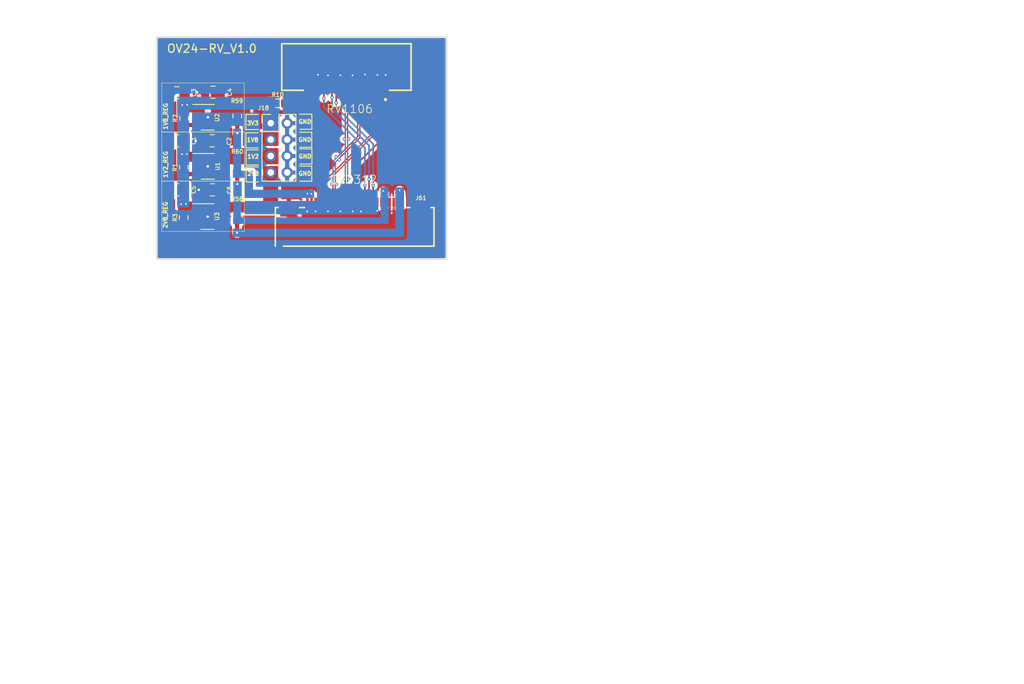
<source format=kicad_pcb>
(kicad_pcb (version 20241229) (generator "pcbnew") (generator_version "9.0")
  (layers (0 "F.Cu" jumper) (2 "B.Cu" signal) (13 "F.Paste" user) (15 "B.Paste" user) (5 "F.SilkS" user "F.Silkscreen") (7 "B.SilkS" user "B.Silkscreen") (1 "F.Mask" user) (3 "B.Mask" user) (25 "Edge.Cuts" user))
  (net 0 "")
  (net 1 "/MIPI_LVDS_CLK_P")
  (net 2 "/MIPI_LVDS_MCLK0")
  (net 3 "/MIPI_LVDS_D0_N")
  (net 4 "/MIPI_LVDS_D0_P")
  (net 5 "/MIPI_LVDS_RST")
  (net 6 "/MIPI_I2C_SCL")
  (net 7 "/MIPI_LVDS_D1_P")
  (net 8 "/MIPI_LVDS_CLK_N")
  (net 9 "/MIPI_LVDS_D1_N")
  (net 10 "Net-(J61-Pin_2)")
  (net 11 "/MIPI_I2C_SDA")
  (net 12 "/+3V3")
  (net 13 "GND")
  (net 17 "Net-(U1-EN)")
  (net 18 "Net-(U2-EN)")
  (net 19 "Net-(U3-EN)")
  (net 20 "VCC_3V3")
  (net 21 "AVDD2V8")
  (net 22 "DOVDD1V8")
  (net 23 "DVDD1V2")
  (net 24 "Net-(J61-Pin_23)")
  (net 25 "Net-(J61-Pin_19)")
  (footprint "Package_TO_SOT_SMD:SOT-23-5" (layer "F.Cu") (at 59.92375 75.55125)
    (property "Reference" "U1" (at 1.21 0 90) (layer "F.SilkS") (effects (font (size 0.5 0.5) (thickness 0.1))))
    (property "Value" "RT9080-12GJ5" (hide yes))
    (fp_line (start 0 -1.56) (end -1.8 -1.56) (stroke (width 0.12)) (layer "F.SilkS"))
    (fp_line (start 0 -1.56) (end 0.8 -1.56) (stroke (width 0.12)) (layer "F.SilkS"))
    (fp_line (start 0 1.56) (end -0.8 1.56) (stroke (width 0.12)) (layer "F.SilkS"))
    (fp_line (start 0 1.56) (end 0.8 1.56) (stroke (width 0.12)) (layer "F.SilkS"))
    (pad "1" smd roundrect (at -1.1375 -0.95) (size 1.325 0.6) (layers "F.Cu" "F.Mask" "F.Paste") (net 20 "VCC_3V3"))
    (pad "2" smd roundrect (at -1.1375 0) (size 1.325 0.6) (layers "F.Cu" "F.Mask" "F.Paste") (net 13 "GND"))
    (pad "3" smd roundrect (at -1.1375 0.95) (size 1.325 0.6) (layers "F.Cu" "F.Mask" "F.Paste") (net 17 "Net-(U1-EN)"))
    (pad "4" smd roundrect (at 1.1375 0.95) (size 1.325 0.6) (layers "F.Cu" "F.Mask" "F.Paste"))
    (pad "5" smd roundrect (at 1.1375 -0.95) (size 1.325 0.6) (layers "F.Cu" "F.Mask" "F.Paste") (net 23 "DVDD1V2"))
  )
  (footprint "Capacitor_SMD:C_0805_2012Metric" (layer "F.Cu") (at 56.15375 78.40125 180)
    (property "Reference" "C5" (at -2.04 -0.01 90) (layer "F.SilkS") (effects (font (size 0.5 0.5) (thickness 0.1))))
    (property "Value" "10uF" (hide yes))
    (fp_line (start -0.261252 0.735) (end 0.261252 0.735) (stroke (width 0.12)) (layer "F.SilkS"))
    (fp_line (start -0.261252 -0.735) (end 0.261252 -0.735) (stroke (width 0.12)) (layer "F.SilkS"))
    (pad "1" smd roundrect (at -0.95 0 180) (size 1 1.45) (layers "F.Cu" "F.Mask" "F.Paste") (net 20 "VCC_3V3"))
    (pad "2" smd roundrect (at 0.95 0 180) (size 1 1.45) (layers "F.Cu" "F.Mask" "F.Paste") (net 13 "GND"))
  )
  (footprint "Footprint Library:F32R1A7H111024" (layer "F.Cu") (at 77.29375 82.91625)
    (property "Reference" "J61" (at 8.56 -3.515 0) (layer "F.SilkS") (effects (font (size 0.5 0.5) (thickness 0.1) (bold yes))))
    (property "Value" "FFC SOCKET DR_BOTTOM 0.5MM -24P" (hide yes))
    (fp_line (start -9.15 -2.35) (end -9.15 2.35) (stroke (width 0.2)) (layer "F.SilkS"))
    (fp_line (start -8.8 -2.35) (end -9.15 -2.35) (stroke (width 0.2)) (layer "F.SilkS"))
    (fp_line (start -8.15 2.35) (end 10.15 2.35) (stroke (width 0.2)) (layer "F.SilkS"))
    (fp_line (start -6.2 -2.35) (end -5.6 -2.35) (stroke (width 0.2)) (layer "F.SilkS"))
    (fp_line (start -5.25 -4.099) (end -5.25 -4.099) (stroke (width 0.1)) (layer "F.SilkS"))
    (fp_line (start -5.25 -4) (end -5.25 -4) (stroke (width 0.1)) (layer "F.SilkS"))
    (fp_line (start 7.2 -2.35) (end 6.6 -2.35) (stroke (width 0.2)) (layer "F.SilkS"))
    (fp_line (start 10.15 -2.35) (end 9.8 -2.35) (stroke (width 0.2)) (layer "F.SilkS"))
    (fp_line (start 10.15 2.35) (end 10.15 -2.35) (stroke (width 0.2)) (layer "F.SilkS"))
    (fp_arc (start -5.25 -4.099) (mid -5.2005 -4.0495) (end -5.25 -4) (stroke (width 0.1)) (layer "F.SilkS"))
    (fp_arc (start -5.25 -4) (mid -5.2995 -4.0495) (end -5.25 -4.099) (stroke (width 0.1)) (layer "F.SilkS"))
    (pad "1" smd rect (at -5.25 -3) (size 0.3 1.1) (layers "F.Cu" "F.Mask" "F.Paste") (net 13 "GND"))
    (pad "2" smd rect (at -4.75 -3) (size 0.3 1.1) (layers "F.Cu" "F.Mask" "F.Paste") (net 10 "Net-(J61-Pin_2)"))
    (pad "3" smd rect (at -4.25 -3) (size 0.3 1.1) (layers "F.Cu" "F.Mask" "F.Paste") (net 13 "GND"))
    (pad "4" smd rect (at -3.75 -3) (size 0.3 1.1) (layers "F.Cu" "F.Mask" "F.Paste") (net 3 "/MIPI_LVDS_D0_N"))
    (pad "5" smd rect (at -3.25 -3) (size 0.3 1.1) (layers "F.Cu" "F.Mask" "F.Paste") (net 4 "/MIPI_LVDS_D0_P"))
    (pad "6" smd rect (at -2.75 -3) (size 0.3 1.1) (layers "F.Cu" "F.Mask" "F.Paste") (net 13 "GND"))
    (pad "7" smd rect (at -2.25 -3) (size 0.3 1.1) (layers "F.Cu" "F.Mask" "F.Paste") (net 8 "/MIPI_LVDS_CLK_N"))
    (pad "8" smd rect (at -1.75 -3) (size 0.3 1.1) (layers "F.Cu" "F.Mask" "F.Paste") (net 1 "/MIPI_LVDS_CLK_P"))
    (pad "9" smd rect (at -1.25 -3) (size 0.3 1.1) (layers "F.Cu" "F.Mask" "F.Paste") (net 13 "GND"))
    (pad "10" smd rect (at -0.75 -3) (size 0.3 1.1) (layers "F.Cu" "F.Mask" "F.Paste") (net 9 "/MIPI_LVDS_D1_N"))
    (pad "11" smd rect (at -0.25 -3) (size 0.3 1.1) (layers "F.Cu" "F.Mask" "F.Paste") (net 7 "/MIPI_LVDS_D1_P"))
    (pad "12" smd rect (at 0.25 -3) (size 0.3 1.1) (layers "F.Cu" "F.Mask" "F.Paste") (net 13 "GND"))
    (pad "13" smd rect (at 0.75 -3) (size 0.3 1.1) (layers "F.Cu" "F.Mask" "F.Paste") (net 2 "/MIPI_LVDS_MCLK0"))
    (pad "14" smd rect (at 1.25 -3) (size 0.3 1.1) (layers "F.Cu" "F.Mask" "F.Paste") (net 13 "GND"))
    (pad "15" smd rect (at 1.75 -3) (size 0.3 1.1) (layers "F.Cu" "F.Mask" "F.Paste") (net 5 "/MIPI_LVDS_RST"))
    (pad "16" smd rect (at 2.25 -3) (size 0.3 1.1) (layers "F.Cu" "F.Mask" "F.Paste") (net 11 "/MIPI_I2C_SDA"))
    (pad "17" smd rect (at 2.75 -3) (size 0.3 1.1) (layers "F.Cu" "F.Mask" "F.Paste") (net 6 "/MIPI_I2C_SCL"))
    (pad "18" smd rect (at 3.25 -3) (size 0.3 1.1) (layers "F.Cu" "F.Mask" "F.Paste") (net 13 "GND"))
    (pad "19" smd rect (at 3.75 -3) (size 0.3 1.1) (layers "F.Cu" "F.Mask" "F.Paste") (net 25 "Net-(J61-Pin_19)"))
    (pad "20" smd rect (at 4.25 -3) (size 0.3 1.1) (layers "F.Cu" "F.Mask" "F.Paste") (net 25 "Net-(J61-Pin_19)"))
    (pad "21" smd rect (at 4.75 -3) (size 0.3 1.1) (layers "F.Cu" "F.Mask" "F.Paste") (net 13 "GND"))
    (pad "22" smd rect (at 5.25 -3) (size 0.3 1.1) (layers "F.Cu" "F.Mask" "F.Paste") (net 13 "GND"))
    (pad "23" smd rect (at 5.75 -3) (size 0.3 1.1) (layers "F.Cu" "F.Mask" "F.Paste") (net 24 "Net-(J61-Pin_23)"))
    (pad "24" smd rect (at 6.25 -3) (size 0.3 1.1) (layers "F.Cu" "F.Mask" "F.Paste") (net 24 "Net-(J61-Pin_23)"))
    (pad "25" smd rect (at -7.5 -2.05 90) (size 1.6 2.1) (layers "F.Cu" "F.Mask" "F.Paste") (net 13 "GND"))
    (pad "25" smd rect (at -7.1 -1.075 90) (size 0.35 1.3) (layers "F.Cu" "F.Mask" "F.Paste") (net 13 "GND"))
    (pad "26" smd rect (at 8.1 -1.075 90) (size 0.35 1.3) (layers "F.Cu" "F.Mask" "F.Paste") (net 13 "GND"))
    (pad "26" smd rect (at 8.5 -2.05 90) (size 1.6 2.1) (layers "F.Cu" "F.Mask" "F.Paste") (net 13 "GND"))
  )
  (footprint "Package_TO_SOT_SMD:SOT-23-5" (layer "F.Cu") (at 59.87375 81.66125)
    (property "Reference" "U3" (at 1.17 -0.02 90) (layer "F.SilkS") (effects (font (size 0.5 0.5) (thickness 0.1))))
    (property "Value" "RT9080-28GJ5" (hide yes))
    (fp_line (start 0 -1.56) (end -1.8 -1.56) (stroke (width 0.12)) (layer "F.SilkS"))
    (fp_line (start 0 -1.56) (end 0.8 -1.56) (stroke (width 0.12)) (layer "F.SilkS"))
    (fp_line (start 0 1.56) (end -0.8 1.56) (stroke (width 0.12)) (layer "F.SilkS"))
    (fp_line (start 0 1.56) (end 0.8 1.56) (stroke (width 0.12)) (layer "F.SilkS"))
    (pad "1" smd roundrect (at -1.1375 -0.95) (size 1.325 0.6) (layers "F.Cu" "F.Mask" "F.Paste") (net 20 "VCC_3V3"))
    (pad "2" smd roundrect (at -1.1375 0) (size 1.325 0.6) (layers "F.Cu" "F.Mask" "F.Paste") (net 13 "GND"))
    (pad "3" smd roundrect (at -1.1375 0.95) (size 1.325 0.6) (layers "F.Cu" "F.Mask" "F.Paste") (net 19 "Net-(U3-EN)"))
    (pad "4" smd roundrect (at 1.1375 0.95) (size 1.325 0.6) (layers "F.Cu" "F.Mask" "F.Paste"))
    (pad "5" smd roundrect (at 1.1375 -0.95) (size 1.325 0.6) (layers "F.Cu" "F.Mask" "F.Paste") (net 21 "AVDD2V8"))
  )
  (footprint "Capacitor_SMD:C_0805_2012Metric" (layer "F.Cu") (at 56.1425 72.44625 180)
    (property "Reference" "C1" (at -2.06125 0.015 90) (layer "F.SilkS") (effects (font (size 0.5 0.5) (thickness 0.1))))
    (property "Value" "10uF" (hide yes))
    (fp_line (start -0.261252 0.735) (end 0.261252 0.735) (stroke (width 0.12)) (layer "F.SilkS"))
    (fp_line (start -0.261252 -0.735) (end 0.261252 -0.735) (stroke (width 0.12)) (layer "F.SilkS"))
    (pad "1" smd roundrect (at -0.95 0 180) (size 1 1.45) (layers "F.Cu" "F.Mask" "F.Paste") (net 20 "VCC_3V3"))
    (pad "2" smd roundrect (at 0.95 0 180) (size 1 1.45) (layers "F.Cu" "F.Mask" "F.Paste") (net 13 "GND"))
  )
  (footprint "Capacitor_SMD:C_0805_2012Metric" (layer "F.Cu") (at 60.55375 66.54125 180)
    (property "Reference" "C4" (at -2.04 0 90) (layer "F.SilkS") (effects (font (size 0.5 0.5) (thickness 0.1))))
    (property "Value" "10uF" (hide yes))
    (fp_line (start -0.261252 0.735) (end 0.261252 0.735) (stroke (width 0.12)) (layer "F.SilkS"))
    (fp_line (start -0.261252 -0.735) (end 0.261252 -0.735) (stroke (width 0.12)) (layer "F.SilkS"))
    (pad "1" smd roundrect (at -0.95 0 180) (size 1 1.45) (layers "F.Cu" "F.Mask" "F.Paste") (net 22 "DOVDD1V8"))
    (pad "2" smd roundrect (at 0.95 0 180) (size 1 1.45) (layers "F.Cu" "F.Mask" "F.Paste") (net 13 "GND"))
  )
  (footprint "Connector_PinHeader_2.00mm:PinHeader_2x04_P2.00mm_Vertical" (layer "F.Cu") (at 67.58375 70.30125)
    (property "Reference" "J18" (at -0.89 -1.85 0) (layer "F.SilkS") (effects (font (size 0.5 0.5) (thickness 0.1) (bold yes))))
    (property "Value" "DNP")
    (fp_line (start -1.06 -1.06) (end 0 -1.06) (stroke (width 0.12)) (layer "F.SilkS"))
    (fp_line (start -1.06 0) (end -1.06 -1.06) (stroke (width 0.12)) (layer "F.SilkS"))
    (fp_line (start -1.06 1) (end -1.06 7.06) (stroke (width 0.12)) (layer "F.SilkS"))
    (fp_line (start -1.06 1) (end 1 1) (stroke (width 0.12)) (layer "F.SilkS"))
    (fp_line (start -1.06 7.06) (end 3.06 7.06) (stroke (width 0.12)) (layer "F.SilkS"))
    (fp_line (start 1 -1.06) (end 3.06 -1.06) (stroke (width 0.12)) (layer "F.SilkS"))
    (fp_line (start 1 1) (end 1 -1.06) (stroke (width 0.12)) (layer "F.SilkS"))
    (fp_line (start 3.06 -1.06) (end 3.06 7.06) (stroke (width 0.12)) (layer "F.SilkS"))
    (pad "1" thru_hole rect (at 0 0) (size 1.35 1.35) (drill 0.8) (layers "*.Cu" "*.Mask") (net 20 "VCC_3V3"))
    (pad "2" thru_hole oval (at 2 0) (size 1.35 1.35) (drill 0.8) (layers "*.Cu" "*.Mask") (net 13 "GND"))
    (pad "3" thru_hole oval (at 0 2) (size 1.35 1.35) (drill 0.8) (layers "*.Cu" "*.Mask") (net 22 "DOVDD1V8"))
    (pad "4" thru_hole oval (at 2 2) (size 1.35 1.35) (drill 0.8) (layers "*.Cu" "*.Mask") (net 13 "GND"))
    (pad "5" thru_hole oval (at 0 4) (size 1.35 1.35) (drill 0.8) (layers "*.Cu" "*.Mask") (net 23 "DVDD1V2"))
    (pad "6" thru_hole oval (at 2 4) (size 1.35 1.35) (drill 0.8) (layers "*.Cu" "*.Mask") (net 13 "GND"))
    (pad "7" thru_hole oval (at 0 6) (size 1.35 1.35) (drill 0.8) (layers "*.Cu" "*.Mask") (net 21 "AVDD2V8"))
    (pad "8" thru_hole oval (at 2 6) (size 1.35 1.35) (drill 0.8) (layers "*.Cu" "*.Mask") (net 13 "GND"))
  )
  (footprint "Resistor_SMD:R_0603_1608Metric" (layer "F.Cu") (at 63.51375 69.41625 -90)
    (property "Reference" "R59" (at -1.815 0.03 0) (layer "F.SilkS") (effects (font (size 0.5 0.5) (thickness 0.1))))
    (property "Value" "0R")
    (fp_line (start -0.237258 0.5225) (end 0.237258 0.5225) (stroke (width 0.12)) (layer "F.SilkS"))
    (fp_line (start -0.237258 -0.5225) (end 0.237258 -0.5225) (stroke (width 0.12)) (layer "F.SilkS"))
    (pad "1" smd roundrect (at -0.825 0 270) (size 0.8 0.95) (layers "F.Cu" "F.Mask" "F.Paste") (net 22 "DOVDD1V8"))
    (pad "2" smd roundrect (at 0.825 0 270) (size 0.8 0.95) (layers "F.Cu" "F.Mask" "F.Paste") (net 10 "Net-(J61-Pin_2)"))
  )
  (footprint "Package_TO_SOT_SMD:SOT-23-5" (layer "F.Cu") (at 59.91 69.58625)
    (property "Reference" "U2" (at 1.16375 0.035 90) (layer "F.SilkS") (effects (font (size 0.5 0.5) (thickness 0.1))))
    (property "Value" "RT9080-18GJ5" (hide yes))
    (fp_line (start 0 -1.56) (end -1.8 -1.56) (stroke (width 0.12)) (layer "F.SilkS"))
    (fp_line (start 0 -1.56) (end 0.8 -1.56) (stroke (width 0.12)) (layer "F.SilkS"))
    (fp_line (start 0 1.56) (end -0.8 1.56) (stroke (width 0.12)) (layer "F.SilkS"))
    (fp_line (start 0 1.56) (end 0.8 1.56) (stroke (width 0.12)) (layer "F.SilkS"))
    (pad "1" smd roundrect (at -1.1375 -0.95) (size 1.325 0.6) (layers "F.Cu" "F.Mask" "F.Paste") (net 20 "VCC_3V3"))
    (pad "2" smd roundrect (at -1.1375 0) (size 1.325 0.6) (layers "F.Cu" "F.Mask" "F.Paste") (net 13 "GND"))
    (pad "3" smd roundrect (at -1.1375 0.95) (size 1.325 0.6) (layers "F.Cu" "F.Mask" "F.Paste") (net 18 "Net-(U2-EN)"))
    (pad "4" smd roundrect (at 1.1375 0.95) (size 1.325 0.6) (layers "F.Cu" "F.Mask" "F.Paste"))
    (pad "5" smd roundrect (at 1.1375 -0.95) (size 1.325 0.6) (layers "F.Cu" "F.Mask" "F.Paste") (net 22 "DOVDD1V8"))
  )
  (footprint "Capacitor_SMD:C_0805_2012Metric" (layer "F.Cu") (at 60.4625 72.44625 180)
    (property "Reference" "C2" (at -2.07125 -0.055 90) (layer "F.SilkS") (effects (font (size 0.5 0.5) (thickness 0.1))))
    (property "Value" "10uF" (hide yes))
    (fp_line (start -0.261252 0.735) (end 0.261252 0.735) (stroke (width 0.12)) (layer "F.SilkS"))
    (fp_line (start -0.261252 -0.735) (end 0.261252 -0.735) (stroke (width 0.12)) (layer "F.SilkS"))
    (pad "1" smd roundrect (at -0.95 0 180) (size 1 1.45) (layers "F.Cu" "F.Mask" "F.Paste") (net 23 "DVDD1V2"))
    (pad "2" smd roundrect (at 0.95 0 180) (size 1 1.45) (layers "F.Cu" "F.Mask" "F.Paste") (net 13 "GND"))
  )
  (footprint "Resistor_SMD:R_0603_1608Metric" (layer "F.Cu") (at 68.42875 67.89125)
    (property "Reference" "R10" (at 0 -1.05 0) (layer "F.SilkS") (effects (font (size 0.5 0.5) (thickness 0.1))))
    (property "Value" "0R")
    (fp_line (start -0.237258 -0.5225) (end 0.237258 -0.5225) (stroke (width 0.12)) (layer "F.SilkS"))
    (fp_line (start -0.237258 0.5225) (end 0.237258 0.5225) (stroke (width 0.12)) (layer "F.SilkS"))
    (pad "1" smd roundrect (at -0.825 0) (size 0.8 0.95) (layers "F.Cu" "F.Mask" "F.Paste") (net 20 "VCC_3V3"))
    (pad "2" smd roundrect (at 0.825 0) (size 0.8 0.95) (layers "F.Cu" "F.Mask" "F.Paste") (net 12 "/+3V3"))
  )
  (footprint "Footprint Library:SAMTEC_ZF5S-20-02-T-WT" (layer "F.Cu") (at 76.79375 63.89125 180)
    (property "Reference" "J39" (hide yes))
    (property "Value" "FFC SOCKET DR_TOP 0.5MM -20P" (hide yes))
    (fp_line (start 7.867 3.25) (end 7.867 -2.41) (stroke (width 0.2)) (layer "F.SilkS"))
    (fp_line (start 5.247 -2.41) (end 7.867 -2.41) (stroke (width 0.2)) (layer "F.SilkS"))
    (fp_line (start -7.867 3.25) (end 7.867 3.25) (stroke (width 0.2)) (layer "F.SilkS"))
    (fp_line (start -7.867 3.25) (end -7.867 -2.41) (stroke (width 0.2)) (layer "F.SilkS"))
    (fp_line (start -7.867 -2.41) (end -5.247 -2.41) (stroke (width 0.2)) (layer "F.SilkS"))
    (fp_circle (center -4.75 -3.54) (end -4.75 -3.64) (stroke (width 0.2)) (fill no) (layer "F.SilkS"))
    (pad "01" smd rect (at -4.75 -1.98 180) (size 0.3 1.6) (layers "F.Cu" "F.Mask" "F.Paste") (net 13 "GND"))
    (pad "02" smd rect (at -4.25 -1.98 180) (size 0.3 1.6) (layers "F.Cu" "F.Mask" "F.Paste") (net 2 "/MIPI_LVDS_MCLK0"))
    (pad "03" smd rect (at -3.75 -1.98 180) (size 0.3 1.6) (layers "F.Cu" "F.Mask" "F.Paste") (net 13 "GND"))
    (pad "04" smd rect (at -3.25 -1.98 180) (size 0.3 1.6) (layers "F.Cu" "F.Mask" "F.Paste") (net 4 "/MIPI_LVDS_D0_P"))
    (pad "05" smd rect (at -2.75 -1.98 180) (size 0.3 1.6) (layers "F.Cu" "F.Mask" "F.Paste") (net 3 "/MIPI_LVDS_D0_N"))
    (pad "06" smd rect (at -2.25 -1.98 180) (size 0.3 1.6) (layers "F.Cu" "F.Mask" "F.Paste") (net 13 "GND"))
    (pad "07" smd rect (at -1.75 -1.98 180) (size 0.3 1.6) (layers "F.Cu" "F.Mask" "F.Paste") (net 1 "/MIPI_LVDS_CLK_P"))
    (pad "08" smd rect (at -1.25 -1.98 180) (size 0.3 1.6) (layers "F.Cu" "F.Mask" "F.Paste") (net 8 "/MIPI_LVDS_CLK_N"))
    (pad "09" smd rect (at -0.75 -1.98 180) (size 0.3 1.6) (layers "F.Cu" "F.Mask" "F.Paste") (net 13 "GND"))
    (pad "10" smd rect (at -0.25 -1.98 180) (size 0.3 1.6) (layers "F.Cu" "F.Mask" "F.Paste") (net 7 "/MIPI_LVDS_D1_P"))
    (pad "11" smd rect (at 0.25 -1.98 180) (size 0.3 1.6) (layers "F.Cu" "F.Mask" "F.Paste") (net 9 "/MIPI_LVDS_D1_N"))
    (pad "12" smd rect (at 0.75 -1.98 180) (size 0.3 1.6) (layers "F.Cu" "F.Mask" "F.Paste") (net 13 "GND"))
    (pad "13" smd rect (at 1.25 -1.98 180) (size 0.3 1.6) (layers "F.Cu" "F.Mask" "F.Paste") (net 6 "/MIPI_I2C_SCL"))
    (pad "14" smd rect (at 1.75 -1.98 180) (size 0.3 1.6) (layers "F.Cu" "F.Mask" "F.Paste") (net 11 "/MIPI_I2C_SDA"))
    (pad "15" smd rect (at 2.25 -1.98 180) (size 0.3 1.6) (layers "F.Cu" "F.Mask" "F.Paste") (net 13 "GND"))
    (pad "16" smd rect (at 2.75 -1.98 180) (size 0.3 1.6) (layers "F.Cu" "F.Mask" "F.Paste") (net 5 "/MIPI_LVDS_RST"))
    (pad "17" smd rect (at 3.25 -1.98 180) (size 0.3 1.6) (layers "F.Cu" "F.Mask" "F.Paste") (net 13 "GND"))
    (pad "18" smd rect (at 3.75 -1.98 180) (size 0.3 1.6) (layers "F.Cu" "F.Mask" "F.Paste") (net 13 "GND"))
    (pad "19" smd rect (at 4.25 -1.98 180) (size 0.3 1.6) (layers "F.Cu" "F.Mask" "F.Paste") (net 12 "/+3V3"))
    (pad "20" smd rect (at 4.75 -1.98 180) (size 0.3 1.6) (layers "F.Cu" "F.Mask" "F.Paste") (net 12 "/+3V3"))
    (pad "S1" smd rect (at -6.397 0 180) (size 2.24 3.12) (layers "F.Cu" "F.Mask" "F.Paste") (net 13 "GND"))
    (pad "S2" smd rect (at 6.397 0 180) (size 2.24 3.12) (layers "F.Cu" "F.Mask" "F.Paste") (net 13 "GND"))
  )
  (footprint "Resistor_SMD:R_0603_1608Metric" (layer "F.Cu") (at 63.51375 75.66625 -90)
    (property "Reference" "R60" (at -1.9 0 0) (layer "F.SilkS") (effects (font (size 0.5 0.5) (thickness 0.1))))
    (property "Value" "0R")
    (fp_line (start -0.237258 0.5225) (end 0.237258 0.5225) (stroke (width 0.12)) (layer "F.SilkS"))
    (fp_line (start -0.237258 -0.5225) (end 0.237258 -0.5225) (stroke (width 0.12)) (layer "F.SilkS"))
    (pad "1" smd roundrect (at -0.825 0 270) (size 0.8 0.95) (layers "F.Cu" "F.Mask" "F.Paste") (net 23 "DVDD1V2"))
    (pad "2" smd roundrect (at 0.825 0 270) (size 0.8 0.95) (layers "F.Cu" "F.Mask" "F.Paste") (net 25 "Net-(J61-Pin_19)"))
  )
  (footprint "Resistor_SMD:R_0603_1608Metric" (layer "F.Cu") (at 57.01375 75.67125 -90)
    (property "Reference" "R1" (at 0.01 1.07 90) (layer "F.SilkS") (effects (font (size 0.5 0.5) (thickness 0.1))))
    (property "Value" "5K" (hide yes))
    (fp_line (start -0.237258 0.5225) (end 0.237258 0.5225) (stroke (width 0.12)) (layer "F.SilkS"))
    (fp_line (start -0.237258 -0.5225) (end 0.237258 -0.5225) (stroke (width 0.12)) (layer "F.SilkS"))
    (pad "1" smd roundrect (at -0.825 0 270) (size 0.8 0.95) (layers "F.Cu" "F.Mask" "F.Paste") (net 20 "VCC_3V3"))
    (pad "2" smd roundrect (at 0.825 0 270) (size 0.8 0.95) (layers "F.Cu" "F.Mask" "F.Paste") (net 17 "Net-(U1-EN)"))
  )
  (footprint "Resistor_SMD:R_0603_1608Metric" (layer "F.Cu") (at 57.0575 69.70625 -90)
    (property "Reference" "R2" (at -0.005 1.07375 90) (layer "F.SilkS") (effects (font (size 0.5 0.5) (thickness 0.1))))
    (property "Value" "5K" (hide yes))
    (fp_line (start -0.237258 0.5225) (end 0.237258 0.5225) (stroke (width 0.12)) (layer "F.SilkS"))
    (fp_line (start -0.237258 -0.5225) (end 0.237258 -0.5225) (stroke (width 0.12)) (layer "F.SilkS"))
    (pad "1" smd roundrect (at -0.825 0 270) (size 0.8 0.95) (layers "F.Cu" "F.Mask" "F.Paste") (net 20 "VCC_3V3"))
    (pad "2" smd roundrect (at 0.825 0 270) (size 0.8 0.95) (layers "F.Cu" "F.Mask" "F.Paste") (net 18 "Net-(U2-EN)"))
  )
  (footprint "Resistor_SMD:R_0603_1608Metric" (layer "F.Cu") (at 63.48375 81.38375 -90)
    (property "Reference" "R58" (at -1.8425 -0.01 0) (layer "F.SilkS") (effects (font (size 0.5 0.5) (thickness 0.1))))
    (property "Value" "0R")
    (fp_line (start -0.237258 0.5225) (end 0.237258 0.5225) (stroke (width 0.12)) (layer "F.SilkS"))
    (fp_line (start -0.237258 -0.5225) (end 0.237258 -0.5225) (stroke (width 0.12)) (layer "F.SilkS"))
    (pad "1" smd roundrect (at -0.825 0 270) (size 0.8 0.95) (layers "F.Cu" "F.Mask" "F.Paste") (net 21 "AVDD2V8"))
    (pad "2" smd roundrect (at 0.825 0 270) (size 0.8 0.95) (layers "F.Cu" "F.Mask" "F.Paste") (net 24 "Net-(J61-Pin_23)"))
  )
  (footprint "Resistor_SMD:R_0603_1608Metric" (layer "F.Cu") (at 57.00375 81.79125 -90)
    (property "Reference" "R3" (at 0 1.05 90) (layer "F.SilkS") (effects (font (size 0.5 0.5) (thickness 0.1))))
    (property "Value" "5K" (hide yes))
    (fp_line (start -0.237258 0.5225) (end 0.237258 0.5225) (stroke (width 0.12)) (layer "F.SilkS"))
    (fp_line (start -0.237258 -0.5225) (end 0.237258 -0.5225) (stroke (width 0.12)) (layer "F.SilkS"))
    (pad "1" smd roundrect (at -0.825 0 270) (size 0.8 0.95) (layers "F.Cu" "F.Mask" "F.Paste") (net 20 "VCC_3V3"))
    (pad "2" smd roundrect (at 0.825 0 270) (size 0.8 0.95) (layers "F.Cu" "F.Mask" "F.Paste") (net 19 "Net-(U3-EN)"))
  )
  (footprint "Capacitor_SMD:C_0805_2012Metric" (layer "F.Cu") (at 60.49375 78.41125 180)
    (property "Reference" "C6" (at -2.06 -0.03 90) (layer "F.SilkS") (effects (font (size 0.5 0.5) (thickness 0.1))))
    (property "Value" "10uF" (hide yes))
    (fp_line (start -0.261252 0.735) (end 0.261252 0.735) (stroke (width 0.12)) (layer "F.SilkS"))
    (fp_line (start -0.261252 -0.735) (end 0.261252 -0.735) (stroke (width 0.12)) (layer "F.SilkS"))
    (pad "1" smd roundrect (at -0.95 0 180) (size 1 1.45) (layers "F.Cu" "F.Mask" "F.Paste") (net 21 "AVDD2V8"))
    (pad "2" smd roundrect (at 0.95 0 180) (size 1 1.45) (layers "F.Cu" "F.Mask" "F.Paste") (net 13 "GND"))
  )
  (footprint "Capacitor_SMD:C_0805_2012Metric" (layer "F.Cu") (at 56.15375 66.60125 180)
    (property "Reference" "C3" (at -2.09 0.02 90) (layer "F.SilkS") (effects (font (size 0.5 0.5) (thickness 0.1))))
    (property "Value" "10uF" (hide yes))
    (fp_line (start -0.261252 0.735) (end 0.261252 0.735) (stroke (width 0.12)) (layer "F.SilkS"))
    (fp_line (start -0.261252 -0.735) (end 0.261252 -0.735) (stroke (width 0.12)) (layer "F.SilkS"))
    (pad "1" smd roundrect (at -0.95 0 180) (size 1 1.45) (layers "F.Cu" "F.Mask" "F.Paste") (net 20 "VCC_3V3"))
    (pad "2" smd roundrect (at 0.95 0 180) (size 1 1.45) (layers "F.Cu" "F.Mask" "F.Paste") (net 13 "GND"))
  )
  (gr_line (start 72.58375 71.05125) (end 72.58375 69.21125) (stroke (width 0.12)) (layer "F.SilkS"))
  (gr_line (start 71.09375 77.36125) (end 72.57375 77.36125) (stroke (width 0.12)) (layer "F.SilkS"))
  (gr_line (start 66.04375 69.24125) (end 64.56375 69.24125) (stroke (width 0.12)) (layer "F.SilkS"))
  (gr_line (start 71.11375 75.27125) (end 72.59375 75.27125) (stroke (width 0.12)) (layer "F.SilkS"))
  (gr_line (start 72.57375 73.24125) (end 72.57375 71.40125) (stroke (width 0.12)) (layer "F.SilkS"))
  (gr_line (start 72.57375 77.36125) (end 72.57375 75.52125) (stroke (width 0.12)) (layer "F.SilkS"))
  (gr_line (start 72.57375 75.52125) (end 71.07375 75.52125) (stroke (width 0.12)) (layer "F.SilkS"))
  (gr_line (start 66.06375 73.55125) (end 64.58375 73.55125) (stroke (width 0.12)) (layer "F.SilkS"))
  (gr_line (start 64.56375 73.31125) (end 66.06375 73.31125) (stroke (width 0.12)) (layer "F.SilkS"))
  (gr_line (start 71.09375 73.24125) (end 72.57375 73.24125) (stroke (width 0.12)) (layer "F.SilkS"))
  (gr_line (start 64.56375 69.24125) (end 64.56375 71.08125) (stroke (width 0.12)) (layer "F.SilkS"))
  (gr_rect (start 54.32375 71.38125) (end 64.37375 77.35125) (stroke (width 0.05)) (fill no) (layer "F.SilkS"))
  (gr_line (start 64.58375 75.39125) (end 66.08375 75.39125) (stroke (width 0.12)) (layer "F.SilkS"))
  (gr_line (start 72.57375 71.40125) (end 71.07375 71.40125) (stroke (width 0.12)) (layer "F.SilkS"))
  (gr_line (start 66.07375 75.61125) (end 64.59375 75.61125) (stroke (width 0.12)) (layer "F.SilkS"))
  (gr_line (start 64.58375 73.55125) (end 64.58375 75.39125) (stroke (width 0.12)) (layer "F.SilkS"))
  (gr_line (start 71.10375 71.05125) (end 72.58375 71.05125) (stroke (width 0.12)) (layer "F.SilkS"))
  (gr_line (start 72.59375 73.43125) (end 71.09375 73.43125) (stroke (width 0.12)) (layer "F.SilkS"))
  (gr_line (start 64.56375 71.47125) (end 64.56375 73.31125) (stroke (width 0.12)) (layer "F.SilkS"))
  (gr_line (start 66.04375 71.47125) (end 64.56375 71.47125) (stroke (width 0.12)) (layer "F.SilkS"))
  (gr_line (start 64.59375 77.45125) (end 66.09375 77.45125) (stroke (width 0.12)) (layer "F.SilkS"))
  (gr_line (start 64.56375 71.08125) (end 66.06375 71.08125) (stroke (width 0.12)) (layer "F.SilkS"))
  (gr_line (start 72.59375 75.27125) (end 72.59375 73.43125) (stroke (width 0.12)) (layer "F.SilkS"))
  (gr_rect (start 54.32375 65.41125) (end 64.37375 71.38125) (stroke (width 0.05)) (fill no) (layer "F.SilkS"))
  (gr_rect (start 54.32375 77.35125) (end 64.37375 83.48125) (stroke (width 0.05)) (fill no) (layer "F.SilkS"))
  (gr_line (start 64.59375 75.61125) (end 64.59375 77.45125) (stroke (width 0.12)) (layer "F.SilkS"))
  (gr_line (start 72.58375 69.21125) (end 71.08375 69.21125) (stroke (width 0.12)) (layer "F.SilkS"))
  (gr_rect (start 53.68625 59.80125) (end 89.00375 86.87125) (stroke (width 0.1)) (fill no) (layer "Edge.Cuts"))
  (gr_text "1V2" (at 64.66375 74.65125 0) (layer "F.SilkS") (effects (font (size 0.5 0.5) (thickness 0.125) (bold yes)) (justify left bottom)))
  (gr_text "OV24-RV_V1.0" (at 54.87375 61.81125 0) (layer "F.SilkS") (effects (font (size 1 1)) (justify left bottom)))
  (gr_text "GND" (at 70.91375 74.64125 0) (layer "F.SilkS") (effects (font (size 0.5 0.5) (thickness 0.125) (bold yes)) (justify left bottom)))
  (gr_text "1V8_REG" (at 55.09375 71.16125 90) (layer "F.SilkS") (effects (font (size 0.5 0.5) (thickness 0.125) (bold yes)) (justify left bottom)))
  (gr_text "RV1106" (at 74.28625 69.16125 0) (layer "F.SilkS") (effects (font (size 1 1) (thickness 0.1)) (justify left bottom)))
  (gr_text "3V3" (at 64.63375 70.59125 0) (layer "F.SilkS") (effects (font (size 0.5 0.5) (thickness 0.125) (bold yes)) (justify left bottom)))
  (gr_text "2V8_REG" (at 55.06375 83.16125 90) (layer "F.SilkS") (effects (font (size 0.5 0.5) (thickness 0.125) (bold yes)) (justify left bottom)))
  (gr_text "GND" (at 70.89375 72.61125 0) (layer "F.SilkS") (effects (font (size 0.5 0.5) (thickness 0.125) (bold yes)) (justify left bottom)))
  (gr_text "2V8" (at 64.67375 76.73125 0) (layer "F.SilkS") (effects (font (size 0.5 0.5) (thickness 0.125) (bold yes)) (justify left bottom)))
  (gr_text "OV2312" (at 74.71625 77.75125 0) (layer "F.SilkS") (effects (font (size 1 1) (thickness 0.1)) (justify left bottom)))
  (gr_text "1V8" (at 64.60375 72.63125 0) (layer "F.SilkS") (effects (font (size 0.5 0.5) (thickness 0.125) (bold yes)) (justify left bottom)))
  (gr_text "GND" (at 70.89375 76.73125 0) (layer "F.SilkS") (effects (font (size 0.5 0.5) (thickness 0.125) (bold yes)) (justify left bottom)))
  (gr_text "1V2_REG" (at 55.09375 77.01125 90) (layer "F.SilkS") (effects (font (size 0.5 0.5) (thickness 0.125) (bold yes)) (justify left bottom)))
  (gr_text "GND" (at 70.90375 70.42125 0) (layer "F.SilkS") (effects (font (size 0.5 0.5) (thickness 0.125) (bold yes)) (justify left bottom)))
  (segment (start 75.43345 78.980949) (end 75.43345 77.84688) (width 0.1524) (layer "F.Cu") (net 1))
  (segment (start 75.54375 79.091249) (end 75.43345 78.980949) (width 0.1524) (layer "F.Cu") (net 1))
  (segment (start 75.905073 74.597493) (end 75.905073 74.772573) (width 0.1524) (layer "F.Cu") (net 1))
  (segment (start 75.54375 79.91625) (end 75.54375 79.091249) (width 0.1524) (layer "F.Cu") (net 1))
  (segment (start 75.43345 77.84688) (end 75.55725 77.72308) (width 0.1524) (layer "F.Cu") (net 1))
  (segment (start 78.54375 65.87125) (end 78.54375 67.071251) (width 0.1524) (layer "F.Cu") (net 1))
  (segment (start 78.54375 67.071251) (end 78.43345 67.181551) (width 0.1524) (layer "F.Cu") (net 1))
  (segment (start 78.43345 72.069116) (end 75.905073 74.597493) (width 0.1524) (layer "F.Cu") (net 1))
  (segment (start 78.43345 67.181551) (end 78.43345 72.069116) (width 0.1524) (layer "F.Cu") (net 1))
  (via (at 75.55725 77.72308) (size 0.4) (drill 0.2) (layers "F.Cu" "B.Cu") (net 1))
  (via (at 75.905073 74.772573) (size 0.4) (drill 0.2) (layers "F.Cu" "B.Cu") (net 1))
  (segment (start 75.43345 75.069116) (end 75.729993 74.772573) (width 0.1524) (layer "B.Cu") (net 1))
  (segment (start 75.43345 77.59928) (end 75.43345 75.069116) (width 0.1524) (layer "B.Cu") (net 1))
  (segment (start 75.55725 77.72308) (end 75.43345 77.59928) (width 0.1524) (layer "B.Cu") (net 1))
  (segment (start 75.729993 74.772573) (end 75.905073 74.772573) (width 0.1524) (layer "B.Cu") (net 1))
  (segment (start 78.04375 75.30125) (end 78.04375 79.91625) (width 0.2) (layer "F.Cu") (net 2))
  (segment (start 81.04375 65.87125) (end 81.04375 72.30125) (width 0.2) (layer "F.Cu") (net 2))
  (segment (start 81.04375 72.30125) (end 78.04375 75.30125) (width 0.2) (layer "F.Cu") (net 2))
  (segment (start 73.54375 79.91625) (end 73.54375 79.091249) (width 0.1524) (layer "F.Cu") (net 3))
  (segment (start 73.54375 79.091249) (end 73.65405 78.980949) (width 0.1524) (layer "F.Cu") (net 3))
  (segment (start 79.54375 67.071251) (end 79.54375 65.87125) (width 0.1524) (layer "F.Cu") (net 3))
  (segment (start 73.65405 78.980949) (end 73.65405 77.823384) (width 0.1524) (layer "F.Cu") (net 3))
  (segment (start 79.65405 71.823384) (end 79.65405 67.181551) (width 0.1524) (layer "F.Cu") (net 3))
  (segment (start 79.65405 67.181551) (end 79.54375 67.071251) (width 0.1524) (layer "F.Cu") (net 3))
  (segment (start 73.65405 77.823384) (end 79.65405 71.823384) (width 0.1524) (layer "F.Cu") (net 3))
  (segment (start 73.93345 78.980949) (end 73.93345 77.939116) (width 0.1524) (layer "F.Cu") (net 4))
  (segment (start 79.93345 67.181551) (end 80.04375 67.071251) (width 0.1524) (layer "F.Cu") (net 4))
  (segment (start 74.04375 79.091249) (end 73.93345 78.980949) (width 0.1524) (layer "F.Cu") (net 4))
  (segment (start 74.04375 79.91625) (end 74.04375 79.091249) (width 0.1524) (layer "F.Cu") (net 4))
  (segment (start 80.04375 67.071251) (end 80.04375 65.87125) (width 0.1524) (layer "F.Cu") (net 4))
  (segment (start 73.93345 77.939116) (end 79.93345 71.939116) (width 0.1524) (layer "F.Cu") (net 4))
  (segment (start 79.93345 71.939116) (end 79.93345 67.181551) (width 0.1524) (layer "F.Cu") (net 4))
  (segment (start 79.04375 77.87125) (end 79.04375 79.91625) (width 0.2) (layer "F.Cu") (net 5))
  (segment (start 74.04375 65.87125) (end 74.04375 67.29125) (width 0.2) (layer "F.Cu") (net 5))
  (via (at 79.04375 77.87125) (size 0.4) (drill 0.2) (layers "F.Cu" "B.Cu") (net 5))
  (via (at 74.04375 67.29125) (size 0.4) (drill 0.2) (layers "F.Cu" "B.Cu") (net 5))
  (segment (start 79.04375 77.87125) (end 79.04375 73.32125) (width 0.2) (layer "B.Cu") (net 5))
  (segment (start 74.04375 68.32125) (end 74.04375 67.29125) (width 0.2) (layer "B.Cu") (net 5))
  (segment (start 79.04375 73.32125) (end 74.04375 68.32125) (width 0.2) (layer "B.Cu") (net 5))
  (segment (start 75.54375 65.87125) (end 75.54375 67.82125) (width 0.2) (layer "F.Cu") (net 6))
  (segment (start 80.04375 77.89125) (end 80.04375 79.91625) (width 0.2) (layer "F.Cu") (net 6))
  (via (at 80.04375 77.89125) (size 0.4) (drill 0.2) (layers "F.Cu" "B.Cu") (net 6))
  (via (at 75.54375 67.82125) (size 0.4) (drill 0.2) (layers "F.Cu" "B.Cu") (net 6))
  (segment (start 75.54375 68.34125) (end 75.54375 67.82125) (width 0.2) (layer "B.Cu") (net 6))
  (segment (start 80.04375 72.84125) (end 75.54375 68.34125) (width 0.2) (layer "B.Cu") (net 6))
  (segment (start 80.04375 77.89125) (end 80.04375 72.84125) (width 0.2) (layer "B.Cu") (net 6))
  (segment (start 76.93345 77.26505) (end 77.05725 77.14125) (width 0.1524) (layer "F.Cu") (net 7))
  (segment (start 77.04375 79.091249) (end 76.93345 78.980949) (width 0.1524) (layer "F.Cu") (net 7))
  (segment (start 77.04375 67.071251) (end 76.93345 67.181551) (width 0.1524) (layer "F.Cu") (net 7))
  (segment (start 76.93345 78.980949) (end 76.93345 77.26505) (width 0.1524) (layer "F.Cu") (net 7))
  (segment (start 77.04375 79.91625) (end 77.04375 79.091249) (width 0.1524) (layer "F.Cu") (net 7))
  (segment (start 76.93345 67.181551) (end 76.93345 72.10745) (width 0.1524) (layer "F.Cu") (net 7))
  (segment (start 76.93345 72.10745) (end 77.05725 72.23125) (width 0.1524) (layer "F.Cu") (net 7))
  (segment (start 77.04375 65.87125) (end 77.04375 67.071251) (width 0.1524) (layer "F.Cu") (net 7))
  (via (at 77.05725 72.23125) (size 0.4) (drill 0.2) (layers "F.Cu" "B.Cu") (net 7))
  (via (at 77.05725 77.14125) (size 0.4) (drill 0.2) (layers "F.Cu" "B.Cu") (net 7))
  (segment (start 77.05725 77.14125) (end 76.93345 77.01745) (width 0.1524) (layer "B.Cu") (net 7))
  (segment (start 77.05725 72.23125) (end 76.93345 72.35505) (width 0.1524) (layer "B.Cu") (net 7))
  (segment (start 76.93345 72.35505) (end 76.93345 77.01745) (width 0.1524) (layer "B.Cu") (net 7))
  (segment (start 78.15405 71.953384) (end 75.707507 74.399927) (width 0.1524) (layer "F.Cu") (net 8))
  (segment (start 78.04375 67.071251) (end 78.15405 67.181551) (width 0.1524) (layer "F.Cu") (net 8))
  (segment (start 78.15405 67.181551) (end 78.15405 71.953384) (width 0.1524) (layer "F.Cu") (net 8))
  (segment (start 75.707507 74.399927) (end 75.532427 74.399927) (width 0.1524) (layer "F.Cu") (net 8))
  (segment (start 75.15405 77.84688) (end 75.03025 77.72308) (width 0.1524) (layer "F.Cu") (net 8))
  (segment (start 75.04375 79.91625) (end 75.04375 79.091249) (width 0.1524) (layer "F.Cu") (net 8))
  (segment (start 75.04375 79.091249) (end 75.15405 78.980949) (width 0.1524) (layer "F.Cu") (net 8))
  (segment (start 75.15405 78.980949) (end 75.15405 77.84688) (width 0.1524) (layer "F.Cu") (net 8))
  (segment (start 78.04375 65.87125) (end 78.04375 67.071251) (width 0.1524) (layer "F.Cu") (net 8))
  (via (at 75.532427 74.399927) (size 0.4) (drill 0.2) (layers "F.Cu" "B.Cu") (net 8))
  (via (at 75.03025 77.72308) (size 0.4) (drill 0.2) (layers "F.Cu" "B.Cu") (net 8))
  (segment (start 75.15405 77.59928) (end 75.15405 74.953384) (width 0.1524) (layer "B.Cu") (net 8))
  (segment (start 75.532427 74.575007) (end 75.532427 74.399927) (width 0.1524) (layer "B.Cu") (net 8))
  (segment (start 75.15405 74.953384) (end 75.532427 74.575007) (width 0.1524) (layer "B.Cu") (net 8))
  (segment (start 75.03025 77.72308) (end 75.15405 77.59928) (width 0.1524) (layer "B.Cu") (net 8))
  (segment (start 76.65405 72.10745) (end 76.53025 72.23125) (width 0.1524) (layer "F.Cu") (net 9))
  (segment (start 76.54375 79.091249) (end 76.65405 78.980949) (width 0.1524) (layer "F.Cu") (net 9))
  (segment (start 76.54375 79.91625) (end 76.54375 79.091249) (width 0.1524) (layer "F.Cu") (net 9))
  (segment (start 76.65405 78.980949) (end 76.65405 77.26505) (width 0.1524) (layer "F.Cu") (net 9))
  (segment (start 76.54375 65.87125) (end 76.54375 67.071251) (width 0.1524) (layer "F.Cu") (net 9))
  (segment (start 76.54375 67.071251) (end 76.65405 67.181551) (width 0.1524) (layer "F.Cu") (net 9))
  (segment (start 76.65405 77.26505) (end 76.53025 77.14125) (width 0.1524) (layer "F.Cu") (net 9))
  (segment (start 76.65405 67.181551) (end 76.65405 72.10745) (width 0.1524) (layer "F.Cu") (net 9))
  (via (at 76.53025 72.23125) (size 0.4) (drill 0.2) (layers "F.Cu" "B.Cu") (net 9))
  (via (at 76.53025 77.14125) (size 0.4) (drill 0.2) (layers "F.Cu" "B.Cu") (net 9))
  (segment (start 76.53025 72.23125) (end 76.65405 72.35505) (width 0.1524) (layer "B.Cu") (net 9))
  (segment (start 76.65405 72.35505) (end 76.65405 77.01745) (width 0.1524) (layer "B.Cu") (net 9))
  (segment (start 76.53025 77.14125) (end 76.65405 77.01745) (width 0.1524) (layer "B.Cu") (net 9))
  (segment (start 72.54375 79.91625) (end 72.54375 78.92125) (width 0.2) (layer "F.Cu") (net 10))
  (segment (start 72.54375 78.92125) (end 72.53375 78.91125) (width 0.2) (layer "F.Cu") (net 10))
  (segment (start 63.51375 70.24125) (end 63.51375 71.52625) (width 0.508) (layer "F.Cu") (net 10))
  (via (at 63.51375 71.52625) (size 0.508) (drill 0.254) (layers "F.Cu" "B.Cu") (net 10))
  (via (at 72.53375 78.91125) (size 0.4) (drill 0.2) (layers "F.Cu" "B.Cu") (net 10))
  (segment (start 79.54375 77.13125) (end 79.54375 79.91625) (width 0.2) (layer "F.Cu") (net 11))
  (segment (start 75.04375 67.19125) (end 75.04375 65.87125) (width 0.2) (layer "F.Cu") (net 11))
  (via (at 75.04375 67.19125) (size 0.4) (drill 0.2) (layers "F.Cu" "B.Cu") (net 11))
  (via (at 79.54375 77.13125) (size 0.4) (drill 0.2) (layers "F.Cu" "B.Cu") (net 11))
  (segment (start 79.54375 73.03125) (end 79.54375 77.13125) (width 0.2) (layer "B.Cu") (net 11))
  (segment (start 75.04275 68.53025) (end 75.19375 68.68125) (width 0.2) (layer "B.Cu") (net 11))
  (segment (start 75.19375 68.68125) (end 79.54375 73.03125) (width 0.2) (layer "B.Cu") (net 11))
  (segment (start 75.04275 67.19225) (end 75.04275 68.53025) (width 0.2) (layer "B.Cu") (net 11))
  (segment (start 75.04375 67.19125) (end 75.04275 67.19225) (width 0.2) (layer "B.Cu") (net 11))
  (segment (start 80.55375 80.96125) (end 80.54375 80.95125) (width 0.2) (layer "F.Cu") (net 13))
  (segment (start 73.04375 65.87125) (end 73.04375 64.70125) (width 0.2) (layer "F.Cu") (net 13))
  (segment (start 82.54375 79.91625) (end 82.54375 80.99125) (width 0.2) (layer "F.Cu") (net 13))
  (segment (start 77.54375 65.87125) (end 77.54375 64.50125) (width 0.2) (layer "F.Cu") (net 13))
  (segment (start 80.54375 65.87125) (end 80.54375 64.44125) (width 0.2) (layer "F.Cu") (net 13))
  (segment (start 82.54375 80.99125) (end 82.30375 81.23125) (width 0.2) (layer "F.Cu") (net 13))
  (segment (start 74.54375 65.87125) (end 74.54375 64.49125) (width 0.2) (layer "F.Cu") (net 13))
  (segment (start 76.04375 64.48125) (end 76.05375 64.47125) (width 0.2) (layer "F.Cu") (net 13))
  (segment (start 78.54375 79.91625) (end 78.54375 81.02125) (width 0.2) (layer "F.Cu") (net 13))
  (segment (start 74.54375 79.91625) (end 74.54375 81.03125) (width 0.2) (layer "F.Cu") (net 13))
  (segment (start 80.54375 80.95125) (end 80.54375 79.91625) (width 0.2) (layer "F.Cu") (net 13))
  (segment (start 73.04375 79.91625) (end 73.04375 81.03125) (width 0.2) (layer "F.Cu") (net 13))
  (segment (start 79.04375 64.40125) (end 79.05375 64.39125) (width 0.2) (layer "F.Cu") (net 13))
  (segment (start 79.04375 65.87125) (end 79.04375 64.40125) (width 0.2) (layer "F.Cu") (net 13))
  (segment (start 58.72375 78.41125) (end 59.54375 78.41125) (width 0.508) (layer "F.Cu") (net 13))
  (segment (start 59.5125 72.44625) (end 58.4625 72.44625) (width 0.508) (layer "F.Cu") (net 13))
  (segment (start 73.04375 64.70125) (end 73.33375 64.41125) (width 0.2) (layer "F.Cu") (net 13))
  (segment (start 82.30375 81.22125) (end 82.04375 80.96125) (width 0.2) (layer "F.Cu") (net 13))
  (segment (start 74.54375 64.49125) (end 74.55375 64.48125) (width 0.2) (layer "F.Cu") (net 13))
  (segment (start 80.54375 64.44125) (end 80.55375 64.43125) (width 0.2) (layer "F.Cu") (net 13))
  (segment (start 81.54375 64.46125) (end 81.56375 64.44125) (width 0.2) (layer "F.Cu") (net 13))
  (segment (start 59.9375 69.58625) (end 58.7725 69.58625) (width 0.508) (layer "F.Cu") (net 13))
  (segment (start 76.04375 79.91625) (end 76.04375 81.02125) (width 0.2) (layer "F.Cu") (net 13))
  (segment (start 77.54375 79.91625) (end 77.54375 81.03125) (width 0.2) (layer "F.Cu") (net 13))
  (segment (start 59.92375 75.55125) (end 58.78625 75.55125) (width 0.508) (layer "F.Cu") (net 13))
  (segment (start 77.54375 64.50125) (end 77.53375 64.49125) (width 0.2) (layer "F.Cu") (net 13))
  (segment (start 72.04375 81.03125) (end 72.03375 81.04125) (width 0.2) (layer "F.Cu") (net 13))
  (segment (start 73.54375 65.87125) (end 73.54375 64.62125) (width 0.2) (layer "F.Cu") (net 13))
  (segment (start 78.54375 81.02125) (end 78.55375 81.03125) (width 0.2) (layer "F.Cu") (net 13))
  (segment (start 58.75625 81.68125) (end 58.73625 81.66125) (width 0.508) (layer "F.Cu") (net 13))
  (segment (start 76.04375 65.87125) (end 76.04375 64.48125) (width 0.2) (layer "F.Cu") (net 13))
  (segment (start 58.63375 66.54125) (end 59.60375 66.54125) (width 0.508) (layer "F.Cu") (net 13))
  (segment (start 82.04375 80.96125) (end 82.04375 79.91625) (width 0.2) (layer "F.Cu") (net 13))
  (segment (start 72.04375 79.91625) (end 72.04375 81.03125) (width 0.2) (layer "F.Cu") (net 13))
  (segment (start 59.91375 81.68125) (end 58.75625 81.68125) (width 0.508) (layer "F.Cu") (net 13))
  (segment (start 76.04375 81.02125) (end 76.05375 81.03125) (width 0.2) (layer "F.Cu") (net 13))
  (segment (start 81.54375 65.87125) (end 81.54375 64.46125) (width 0.2) (layer "F.Cu") (net 13))
  (segment (start 73.54375 64.62125) (end 73.33375 64.41125) (width 0.2) (layer "F.Cu") (net 13))
  (segment (start 82.30375 81.23125) (end 82.30375 81.22125) (width 0.2) (layer "F.Cu") (net 13))
  (via (at 72.03375 81.04125) (size 0.4) (drill 0.2) (layers "F.Cu" "B.Cu") (net 13))
  (via (at 80.55375 80.96125) (size 0.4) (drill 0.2) (layers "F.Cu" "B.Cu") (net 13))
  (via (at 73.33375 64.41125) (size 0.4) (drill 0.2) (layers "F.Cu" "B.Cu") (net 13))
  (via (at 81.56375 64.44125) (size 0.4) (drill 0.2) (layers "F.Cu" "B.Cu") (net 13))
  (via (at 58.83375 78.41125) (size 0.5) (drill 0.3) (layers "F.Cu" "B.Cu") (net 13))
  (via (at 59.92375 75.55125) (size 0.5) (drill 0.3) (layers "F.Cu" "B.Cu") (net 13))
  (via (at 80.55375 64.43125) (size 0.4) (drill 0.2) (layers "F.Cu" "B.Cu") (net 13))
  (via (at 59.9375 69.58625) (size 0.5) (drill 0.3) (layers "F.Cu" "B.Cu") (net 13))
  (via (at 77.53375 64.49125) (size 0.4) (drill 0.2) (layers "F.Cu" "B.Cu") (net 13))
  (via (at 82.30375 81.23125) (size 0.4) (drill 0.2) (layers "F.Cu" "B.Cu") (net 13))
  (via (at 74.55375 64.48125) (size 0.4) (drill 0.2) (layers "F.Cu" "B.Cu") (net 13))
  (via (at 79.05375 64.39125) (size 0.4) (drill 0.2) (layers "F.Cu" "B.Cu") (net 13))
  (via (at 78.55375 81.03125) (size 0.4) (drill 0.2) (layers "F.Cu" "B.Cu") (net 13))
  (via (at 76.05375 64.47125) (size 0.4) (drill 0.2) (layers "F.Cu" "B.Cu") (net 13))
  (via (at 58.63375 66.54125) (size 0.5) (drill 0.3) (layers "F.Cu" "B.Cu") (net 13))
  (via (at 58.4625 72.44625) (size 0.5) (drill 0.3) (layers "F.Cu" "B.Cu") (net 13))
  (via (at 59.91375 81.68125) (size 0.5) (drill 0.3) (layers "F.Cu" "B.Cu") (net 13))
  (via (at 73.04375 81.03125) (size 0.4) (drill 0.2) (layers "F.Cu" "B.Cu") (net 13))
  (via (at 77.54375 81.03125) (size 0.4) (drill 0.2) (layers "F.Cu" "B.Cu") (net 13))
  (via (at 76.05375 81.03125) (size 0.4) (drill 0.2) (layers "F.Cu" "B.Cu") (net 13))
  (via (at 74.54375 81.03125) (size 0.4) (drill 0.2) (layers "F.Cu" "B.Cu") (net 13))
  (segment (start 58.78125 76.49625) (end 58.78625 76.50125) (width 0.508) (layer "F.Cu") (net 17))
  (segment (start 57.01375 76.49625) (end 58.78125 76.49625) (width 0.508) (layer "F.Cu") (net 17))
  (segment (start 57.0575 70.53125) (end 58.7675 70.53125) (width 0.508) (layer "F.Cu") (net 18))
  (segment (start 58.7675 70.53125) (end 58.7725 70.53625) (width 0.508) (layer "F.Cu") (net 18))
  (segment (start 58.73125 82.61625) (end 58.73625 82.61125) (width 0.508) (layer "F.Cu") (net 19))
  (segment (start 57.00375 82.61625) (end 58.73125 82.61625) (width 0.508) (layer "F.Cu") (net 19))
  (segment (start 67.60375 70.28125) (end 67.60375 67.89125) (width 0.6) (layer "F.Cu") (net 20))
  (segment (start 67.58375 70.30125) (end 67.60375 70.28125) (width 0.6) (layer "F.Cu") (net 20))
  (via (at 56.67375 80.15125) (size 0.4) (drill 0.2) (layers "F.Cu" "B.Cu") (net 20))
  (via (at 57.3925 74.04625) (size 0.4) (drill 0.2) (layers "F.Cu" "B.Cu") (net 20))
  (via (at 56.82375 68.08125) (size 0.4) (drill 0.2) (layers "F.Cu" "B.Cu") (net 20))
  (via (at 56.7925 74.07625) (size 0.4) (drill 0.2) (layers "F.Cu" "B.Cu") (net 20))
  (via (at 57.27375 80.12125) (size 0.4) (drill 0.2) (layers "F.Cu" "B.Cu") (net 20))
  (via (at 57.42375 68.05125) (size 0.4) (drill 0.2) (layers "F.Cu" "B.Cu") (net 20))
  (segment (start 83.54375 78.77125) (end 83.25375 78.48125) (width 0.2) (layer "F.Cu") (net 24))
  (segment (start 83.54375 79.91625) (end 83.54375 78.77125) (width 0.2) (layer "F.Cu") (net 24))
  (segment (start 83.04375 79.91625) (end 83.04375 78.69125) (width 0.2) (layer "F.Cu") (net 24))
  (segment (start 63.48375 82.20875) (end 63.48375 83.65375) (width 0.508) (layer "F.Cu") (net 24))
  (segment (start 83.04375 78.69125) (end 83.25375 78.48125) (width 0.2) (layer "F.Cu") (net 24))
  (via (at 63.48375 83.65375) (size 0.508) (drill 0.254) (layers "F.Cu" "B.Cu") (net 24))
  (via (at 83.25375 78.48125) (size 0.4) (drill 0.2) (layers "F.Cu" "B.Cu") (net 24))
  (segment (start 81.54375 79.91625) (end 81.54375 78.81125) (width 0.2) (layer "F.Cu") (net 25))
  (segment (start 81.54375 78.81125) (end 81.28375 78.55125) (width 0.2) (layer "F.Cu") (net 25))
  (segment (start 63.51375 76.49125) (end 63.51375 77.71125) (width 0.508) (layer "F.Cu") (net 25))
  (segment (start 81.04375 78.79125) (end 81.28375 78.55125) (width 0.2) (layer "F.Cu") (net 25))
  (segment (start 81.04375 79.91625) (end 81.04375 78.79125) (width 0.2) (layer "F.Cu") (net 25))
  (via (at 81.28375 78.55125) (size 0.4) (drill 0.2) (layers "F.Cu" "B.Cu") (net 25))
  (via (at 63.51375 77.71125) (size 0.508) (drill 0.254) (layers "F.Cu" "B.Cu") (net 25))
  (zone (net 20) (net_name "VCC_3V3") (layer "F.Cu") (priority 29) (connect_pads yes (clearance 0.2)) (min_thickness 0.1) (fill yes (thermal_gap 0.5) (thermal_bridge_width 0.5))
    (polygon (pts (xy 57.51375 81.38125) (xy 57.51375 81.05125) (xy 59.42375 81.05125) (xy 59.42375 79.82125) (xy 57.59375 79.82125) (xy 57.59375 77.62125) (xy 56.31375 77.62125) (xy 56.31375 81.38125)))
  )
  (zone (net 20) (net_name "VCC_3V3") (layer "F.Cu") (priority 29) (connect_pads yes (clearance 0.2)) (min_thickness 0.1) (fill yes (thermal_gap 0.5) (thermal_bridge_width 0.5))
    (polygon (pts (xy 57.6525 75.33625) (xy 57.6525 75.00625) (xy 59.5625 75.00625) (xy 59.5625 73.77625) (xy 57.7325 73.77625) (xy 57.7325 71.57625) (xy 56.4525 71.57625) (xy 56.4525 75.33625)))
  )
  (zone (net 12) (net_name "/+3V3") (layer "F.Cu") (priority 41) (connect_pads yes (clearance 0.2)) (min_thickness 0.1) (fill yes (thermal_gap 0.5) (thermal_bridge_width 0.5))
    (polygon (pts (xy 72.69375 68.36125) (xy 72.69375 65.07125) (xy 71.89375 65.07125) (xy 71.89375 67.42125) (xy 68.85375 67.42125) (xy 68.85375 68.36125)))
  )
  (zone (net 20) (net_name "VCC_3V3") (layer "F.Cu") (priority 29) (connect_pads yes (clearance 0.2)) (min_thickness 0.1) (fill yes (thermal_gap 0.5) (thermal_bridge_width 0.5))
    (polygon (pts (xy 57.66375 69.33125) (xy 57.66375 69.00125) (xy 59.57375 69.00125) (xy 59.57375 67.77125) (xy 57.74375 67.77125) (xy 57.74375 65.57125) (xy 56.46375 65.57125) (xy 56.46375 69.33125)))
  )
  (zone (net 22) (net_name "DOVDD1V8") (layer "F.Cu") (priority 13) (connect_pads yes (clearance 0.2)) (min_thickness 0.1) (fill yes (thermal_gap 0.5) (thermal_bridge_width 0.5))
    (polygon (pts (xy 68.53375 73.07125) (xy 64.19375 73.07125) (xy 64.19375 69.15125) (xy 60.30375 69.15125) (xy 60.30375 65.61125) (xy 61.89375 65.61125) (xy 61.89375 67.82125) (xy 65.10375 67.82125) (xy 65.10375 71.39125) (xy 68.53375 71.39125)))
  )
  (zone (net 23) (net_name "DVDD1V2") (layer "F.Cu") (priority 11) (connect_pads yes (clearance 0.2)) (min_thickness 0.1) (fill yes (thermal_gap 0.5) (thermal_bridge_width 0.5))
    (polygon (pts (xy 60.24375 75.30125) (xy 68.53375 75.30125) (xy 68.53375 73.34125) (xy 62.10375 73.34125) (xy 62.10375 71.62125) (xy 60.23375 71.62125) (xy 60.23375 75.30125)))
  )
  (zone (net 21) (net_name "AVDD2V8") (layer "F.Cu") (priority 12) (connect_pads yes (clearance 0.2)) (min_thickness 0.1) (fill yes (thermal_gap 0.5) (thermal_bridge_width 0.5))
    (polygon (pts (xy 66.66375 79.89125) (xy 62.11375 79.89125) (xy 62.11375 77.61125) (xy 60.30375 77.61125) (xy 60.30375 81.18125) (xy 68.49375 81.18125) (xy 68.49375 75.52125) (xy 66.66375 75.52125)))
  )
  (zone (net 13) (net_name "GND") (layers "F.Cu" "B.Cu") (priority 11) (connect_pads (clearance 0.35)) (min_thickness 0.2) (fill yes (thermal_gap 0.5) (thermal_bridge_width 0.5))
    (polygon (pts (xy 159.2325 55.32) (xy 159.2325 138.55) (xy 34.6525 138.55) (xy 34.6525 55.32)))
  )
  (zone (net 24) (net_name "Net-(J61-Pin_23)") (layer "B.Cu") (priority 32) (connect_pads (clearance 0.2)) (min_thickness 0.1) (fill yes (thermal_gap 0.5) (thermal_bridge_width 0.5))
    (polygon (pts (xy 62.95375 83.13125) (xy 82.73375 83.13125) (xy 82.73375 78.11125) (xy 83.80375 78.11125) (xy 83.80375 84.15125) (xy 62.95375 84.15125)))
  )
  (zone (net 20) (net_name "VCC_3V3") (layer "B.Cu") (priority 31) (connect_pads yes (clearance 0.2)) (min_thickness 0.1) (fill yes (thermal_gap 0.5) (thermal_bridge_width 0.5))
    (polygon (pts (xy 57.65375 80.54125) (xy 57.65375 68.65125) (xy 66.61375 68.65125) (xy 66.61375 71.30125) (xy 68.67375 71.30125) (xy 68.67375 67.08125) (xy 56.19375 67.08125) (xy 56.19375 80.54125)))
  )
  (zone (net 10) (net_name "Net-(J61-Pin_2)") (layer "B.Cu") (priority 34) (connect_pads (clearance 0.2)) (min_thickness 0.1) (fill yes (thermal_gap 0.5) (thermal_bridge_width 0.5))
    (polygon (pts (xy 62.98375 70.98125) (xy 62.98375 76.96125) (xy 64.41375 76.96125) (xy 64.41375 79.40125) (xy 72.86375 79.40125) (xy 72.86375 78.39125) (xy 65.42375 78.39125) (xy 65.42375 76.09125) (xy 63.99375 76.09125) (xy 63.99375 70.98125)))
  )
  (zone (net 25) (net_name "Net-(J61-Pin_19)") (layer "B.Cu") (priority 33) (connect_pads (clearance 0.2)) (min_thickness 0.1) (fill yes (thermal_gap 0.5) (thermal_bridge_width 0.5))
    (polygon (pts (xy 64.06375 77.39125) (xy 64.06375 81.75125) (xy 80.94375 81.75125) (xy 80.94375 78.07125) (xy 81.91375 78.07125) (xy 81.91375 82.55125) (xy 63.02375 82.55125) (xy 63.02375 77.39125)))
  )
)
</source>
